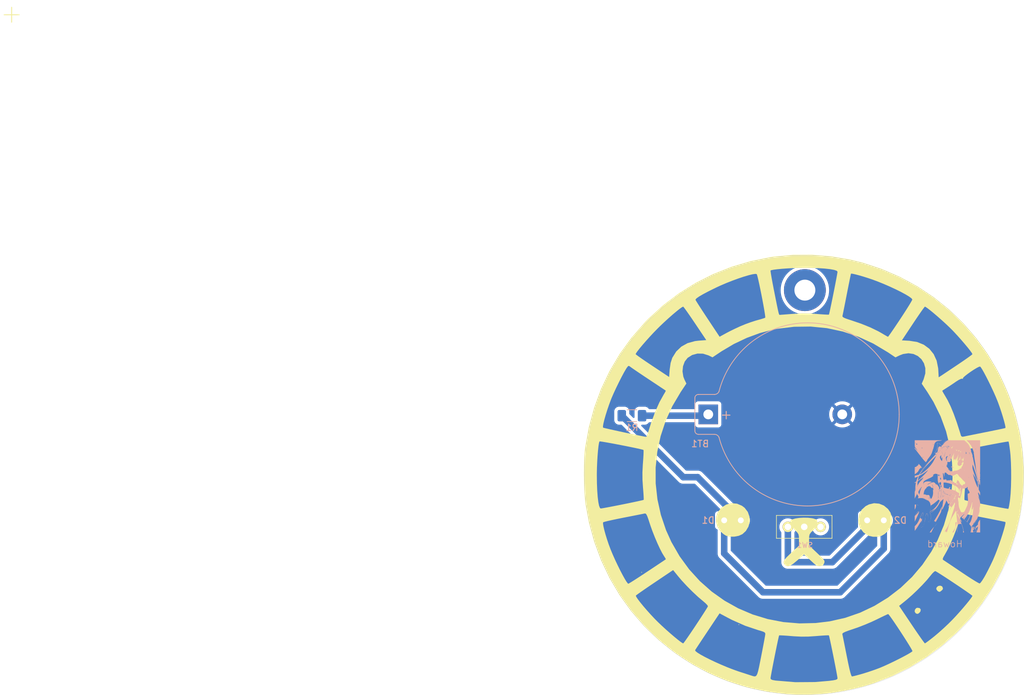
<source format=kicad_pcb>
(kicad_pcb (version 20240108) (generator "pcbnew") (generator_version "8.0")
  (layers (0 "F.Cu" signal) (31 "B.Cu" signal) (34 "B.Paste" user) (35 "F.Paste" user) (36 "B.SilkS" user "B.Silkscreen") (37 "F.SilkS" user "F.Silkscreen") (38 "B.Mask" user) (39 "F.Mask" user) (44 "Edge.Cuts" user))
  (net 0 "")
  (net 1 "Net-(BT1--)")
  (net 2 "Net-(BT1-+)")
  (net 3 "Net-(D1-A)")
  (net 4 "Net-(D1-K)")
  (net 5 "Net-(D2-K)")
  (footprint "MountingHole:MountingHole_3.2mm_M3_Pad" (layer "F.Cu") (at 150.2 71.4)
    (property "Reference" "REF**" (hide yes))
    (property "Value" "MountingHole_3.2mm_M3_Pad")
    (pad "1" thru_hole circle (at 0 0) (size 6.4 6.4) (drill 3.2) (layers "*.Cu" "*.Mask"))
  )
  (footprint "maimai:SS12D00" (layer "F.Cu") (at 150.1 107.6)
    (property "Reference" "SW1" (at 0.1 2.8 -0) (layer "B.SilkS") (effects (font (size 0.8 0.8) (thickness 0.12)) (justify mirror)))
    (property "Value" "SW_SPST" (hide yes))
    (pad "1" thru_hole circle (at -2.5 0) (size 1.6 1.6) (drill 1) (layers "*.Cu" "*.Mask" "F.SilkS") (net 5 "Net-(D2-K)"))
    (pad "2" thru_hole circle (at 0 0) (size 1.6 1.6) (drill 1) (layers "*.Cu" "*.Mask" "F.SilkS") (net 1 "Net-(BT1--)"))
    (pad "3" thru_hole circle (at 2.5 0) (size 1.6 1.6) (drill 1) (layers "*.Cu" "*.Mask" "F.SilkS"))
  )
  (footprint "maimai:maimai7cm" (layer "F.Cu") (at 150 99.6)
    (property "Reference" "G***")
    (property "Value" "LOGO")
  )
  (footprint "LED_THT:LED_D3.0mm" (layer "F.Cu") (at 159.725 106.6)
    (property "Reference" "D2" (at 5.075 0 0) (layer "B.SilkS") (effects (justify mirror)))
    (property "Value" "LED")
    (pad "1" thru_hole rect (at 0 0) (size 1.8 1.8) (drill 0.9) (layers "*.Cu" "*.Mask") (net 5 "Net-(D2-K)"))
    (pad "2" thru_hole circle (at 2.54 0) (size 1.8 1.8) (drill 0.9) (layers "*.Cu" "*.Mask") (net 4 "Net-(D1-K)"))
  )
  (footprint "LED_THT:LED_D3.0mm" (layer "F.Cu") (at 137.86 106.6)
    (property "Reference" "D1" (at -2.46 0 0) (layer "B.SilkS") (effects (justify mirror)))
    (property "Value" "LED")
    (pad "1" thru_hole rect (at 0 0) (size 1.8 1.8) (drill 0.9) (layers "*.Cu" "*.Mask") (net 4 "Net-(D1-K)"))
    (pad "2" thru_hole circle (at 2.54 0) (size 1.8 1.8) (drill 0.9) (layers "*.Cu" "*.Mask") (net 3 "Net-(D1-A)"))
  )
  (footprint "Resistor_SMD:R_1206_3216Metric_Pad1.30x1.75mm_HandSolder" (layer "B.Cu") (at 123.75 90.6)
    (property "Reference" "R1" (at 0 1.82 0) (layer "B.SilkS") (effects (justify mirror)))
    (property "Value" "100R")
    (pad "1" smd roundrect (at -1.55 0) (size 1.3 1.75) (layers "B.Cu" "B.Paste" "B.Mask") (roundrect_rratio 0.192308) (net 3 "Net-(D1-A)"))
    (pad "2" smd roundrect (at 1.55 0) (size 1.3 1.75) (layers "B.Cu" "B.Paste" "B.Mask") (roundrect_rratio 0.192308) (net 2 "Net-(BT1-+)"))
  )
  (footprint "maimai:restia signature" (layer "B.Cu") (at 172 101.4 180)
    (property "Reference" "G***")
    (property "Value" "LOGO" (hide yes))
  )
  (footprint "Battery:BatteryHolder_Keystone_106_1x20mm" (layer "B.Cu") (at 135.425 90.4)
    (property "Reference" "BT1" (at -1.25 4.5 0) (layer "B.SilkS") (effects (justify mirror)))
    (property "Value" "Battery")
    (fp_text user "+" (at 2.75 0 0) (layer "B.SilkS") (effects (font (size 1.5 1.5)) (justify mirror)))
    (pad "1" thru_hole rect (at 0 0) (size 3 3) (drill 1.5) (layers "*.Cu" "*.Mask") (net 2 "Net-(BT1-+)"))
    (pad "2" thru_hole circle (at 20.49 0) (size 3 3) (drill 1.5) (layers "*.Cu" "*.Mask") (net 1 "Net-(BT1--)"))
  )
  (gr_circle (center 150.1 99.7) (end 178 118.4) (stroke (width 0.05)) (fill none) (layer "Edge.Cuts"))
  (gr_text "Howard" (at 174.4 110.8 0) (layer "B.SilkS") (effects (font (size 1 1) (thickness 0.1)) (justify left bottom mirror)))
  (gr_text "+" (at 28.9 29.05 0) (layer "F.SilkS") (effects (font (size 3 3))))
  (segment (start 125.3 90.6) (end 135.225 90.6) (width 1) (layer "B.Cu") (net 2))
  (segment (start 135.225 90.6) (end 135.425 90.4) (width 0.2) (layer "B.Cu") (net 2))
  (segment (start 122.2 90.6) (end 131.6 100) (width 1) (layer "B.Cu") (net 3))
  (segment (start 131.6 100) (end 133.8 100) (width 1) (layer "B.Cu") (net 3))
  (segment (start 133.8 100) (end 140.4 106.6) (width 1) (layer "B.Cu") (net 3))
  (segment (start 155.6 117.6) (end 162.265 110.935) (width 1) (layer "B.Cu") (net 4))
  (segment (start 137.86 111.66) (end 143.8 117.6) (width 1) (layer "B.Cu") (net 4))
  (segment (start 143.8 117.6) (end 155.6 117.6) (width 1) (layer "B.Cu") (net 4))
  (segment (start 162.265 110.935) (end 162.265 106.6) (width 1) (layer "B.Cu") (net 4))
  (segment (start 137.86 106.6) (end 137.86 111.66) (width 1) (layer "B.Cu") (net 4))
  (segment (start 154.4 113) (end 147.6 113) (width 1) (layer "B.Cu") (net 5))
  (segment (start 159.725 107.675) (end 154.4 113) (width 1) (layer "B.Cu") (net 5))
  (segment (start 147.6 113) (end 147.6 107.6) (width 1) (layer "B.Cu") (net 5))
  (segment (start 159.725 106.6) (end 159.725 107.675) (width 0.2) (layer "B.Cu") (net 5))
  (zone (net 1) (net_name "Net-(BT1--)") (layer "B.Cu") (connect_pads (clearance 0.5)) (min_thickness 0.25) (fill yes (thermal_gap 0.5) (thermal_bridge_width 0.5))
    (polygon (pts (xy 183.060551 99.6) (xy 183.040852 98.458877) (xy 182.981777 97.319115) (xy 182.883397 96.18207) (xy 182.745829 95.049099) (xy 182.569238 93.921551) (xy 182.353833 92.80077) (xy 182.099871 91.688092) (xy 181.807656 90.584843) (xy 181.477535 89.492337) (xy 181.109901 88.411877) (xy 180.705193 87.34475) (xy 180.263893 86.292228) (xy 179.786527 85.255565) (xy 179.273664 84.235996) (xy 178.725915 83.234737) (xy 178.143933 82.252981) (xy 177.528411 81.291897) (xy 176.880083 80.352632) (xy 176.199721 79.436304) (xy 175.488137 78.544005) (xy 174.746178 77.6768) (xy 173.974728 76.83572) (xy 173.174708 76.021769) (xy 172.347069 75.235917) (xy 171.4928 74.4791) (xy 170.612916 73.75222) (xy 169.708468 73.056144) (xy 168.780534 72.3917) (xy 167.830218 71.759681) (xy 166.858653 71.160839) (xy 165.866997 70.59589) (xy 164.856433 70.065504) (xy 163.828164 69.570316) (xy 162.783416 69.110915) (xy 161.723433 68.687848) (xy 160.649479 68.301619) (xy 159.562834 67.95269) (xy 158.464793 67.641475) (xy 157.356665 67.368346) (xy 156.239769 67.133628) (xy 155.115437 66.937601) (xy 153.985009 66.780498) (xy 152.849832 66.662506) (xy 151.711259 66.583767) (xy 150.570646 66.544374) (xy 149.429354 66.544374) (xy 148.288741 66.583767) (xy 147.150168 66.662506) (xy 146.014991 66.780498) (xy 144.884563 66.937601) (xy 143.760231 67.133628) (xy 142.643335 67.368346) (xy 141.535207 67.641475) (xy 140.437166 67.95269) (xy 139.350521 68.301619) (xy 138.276567 68.687848) (xy 137.216584 69.110915) (xy 136.171836 69.570316) (xy 135.143567 70.065504) (xy 134.133003 70.59589) (xy 133.141347 71.160839) (xy 132.169782 71.759681) (xy 131.219466 72.3917) (xy 130.291532 73.056144) (xy 129.387084 73.75222) (xy 128.5072 74.4791) (xy 127.652931 75.235917) (xy 126.825292 76.021769) (xy 126.025272 76.83572) (xy 125.253822 77.6768) (xy 124.511863 78.544005) (xy 123.800279 79.436304) (xy 123.119917 80.352632) (xy 122.471589 81.291897) (xy 121.856067 82.252981) (xy 121.274085 83.234737) (xy 120.726336 84.235996) (xy 120.213473 85.255565) (xy 119.736107 86.292228) (xy 119.294807 87.34475) (xy 118.890099 88.411877) (xy 118.522465 89.492337) (xy 118.192344 90.584843) (xy 117.900129 91.688092) (xy 117.646167 92.80077) (xy 117.430762 93.921551) (xy 117.254171 95.049099) (xy 117.116603 96.18207) (xy 117.018223 97.319115) (xy 116.959148 98.458877) (xy 116.939449 99.6) (xy 116.959148 100.741123) (xy 117.018223 101.880885) (xy 117.116603 103.01793) (xy 117.254171 104.150901) (xy 117.430762 105.278449) (xy 117.646167 106.39923) (xy 117.900129 107.511908) (xy 118.192344 108.615157) (xy 118.522465 109.707663) (xy 118.890099 110.788123) (xy 119.294807 111.85525) (xy 119.736107 112.907772) (xy 120.213473 113.944435) (xy 120.726336 114.964004) (xy 121.274085 115.965263) (xy 121.856067 116.947019) (xy 122.471589 117.908103) (xy 123.119917 118.847368) (xy 123.800279 119.763696) (xy 124.511863 120.655995) (xy 125.253822 121.5232) (xy 126.025272 122.36428) (xy 126.825292 123.178231) (xy 127.652931 123.964083) (xy 128.5072 124.7209) (xy 129.387084 125.44778) (xy 130.291532 126.143856) (xy 131.219466 126.8083) (xy 132.169782 127.440319) (xy 133.141347 128.039161) (xy 134.133003 128.60411) (xy 135.143567 129.134496) (xy 136.171836 129.629684) (xy 137.216584 130.089085) (xy 138.276567 130.512152) (xy 139.350521 130.898381) (xy 140.437166 131.24731) (xy 141.535207 131.558525) (xy 142.643335 131.831654) (xy 143.760231 132.066372) (xy 144.884563 132.262399) (xy 146.014991 132.419502) (xy 147.150168 132.537494) (xy 148.288741 132.616233) (xy 149.429354 132.655626) (xy 150.570646 132.655626) (xy 151.711259 132.616233) (xy 152.849832 132.537494) (xy 153.985009 132.419502) (xy 155.115437 132.262399) (xy 156.239769 132.066372) (xy 157.356665 131.831654) (xy 158.464793 131.558525) (xy 159.562834 131.24731) (xy 160.649479 130.898381) (xy 161.723433 130.512152) (xy 162.783416 130.089085) (xy 163.828164 129.629684) (xy 164.856433 129.134496) (xy 165.866997 128.60411) (xy 166.858653 128.039161) (xy 167.830218 127.440319) (xy 168.780534 126.8083) (xy 169.708468 126.143856) (xy 170.612916 125.44778) (xy 171.4928 124.7209) (xy 172.347069 123.964083) (xy 173.174708 123.178231) (xy 173.974728 122.36428) (xy 174.746178 121.5232) (xy 175.488137 120.655995) (xy 176.199721 119.763696) (xy 176.880083 118.847368) (xy 177.528411 117.908103) (xy 178.143933 116.947019) (xy 178.725915 115.965263) (xy 179.273664 114.964004) (xy 179.786527 113.944435) (xy 180.263893 112.907772) (xy 180.705193 111.85525) (xy 181.109901 110.788123) (xy 181.477535 109.707663) (xy 181.807656 108.615157) (xy 182.099871 107.511908) (xy 182.353833 106.39923) (xy 182.569238 105.278449) (xy 182.745829 104.150901) (xy 182.883397 103.01793) (xy 182.981777 101.880885) (xy 183.040852 100.741123)))
  )
)
</source>
